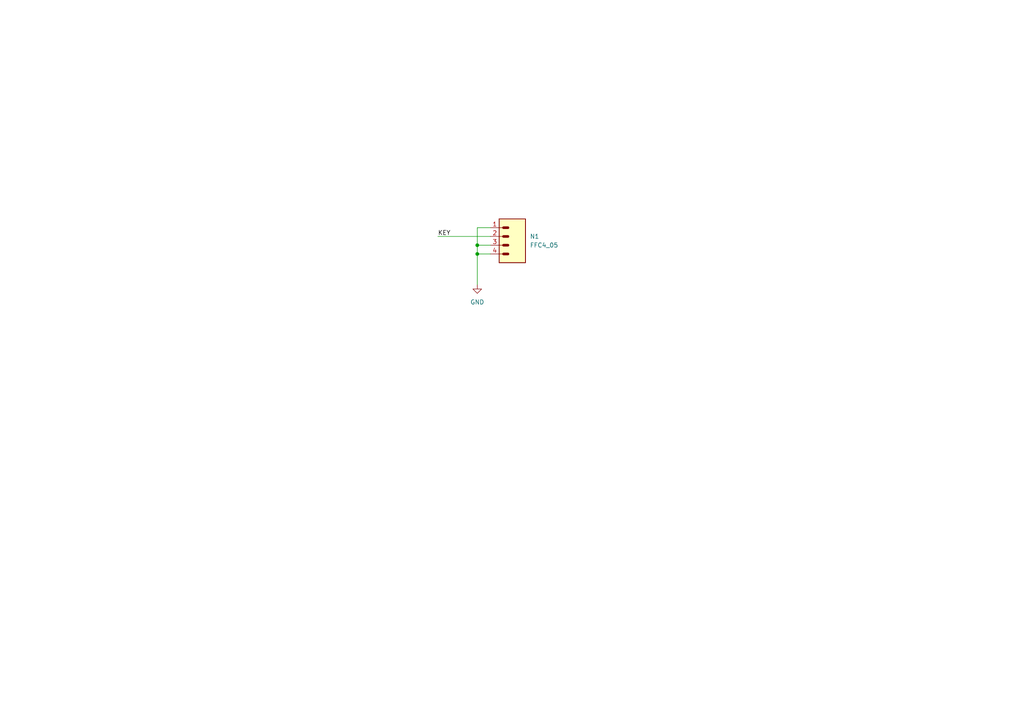
<source format=kicad_sch>
(kicad_sch (version 20250114) (generator "eeschema") (generator_version "9.0")
  (paper "A4")
  (title_block (title "Puzzlebox-Key") (date "2025-12-28") (rev "v1.0") (company "TL Embedded Ltd"))
  (lib_symbols
    (symbol "N_NonPart:FFC4_05" (pin_names (hide yes)) (in_bom no)
      (property "Reference" "N" (at -2.286 13.97 0))
      (property "Value" "FFC4_05" (at 0 -1.27 0))
      (symbol "FFC4_05_0_1"
        (rectangle (start -3.81 12.7) (end 3.81 0) (stroke (width 0.254)) (fill (type background)))
        (polyline (pts (xy -3.81 10.16) (xy -2.54 10.16)))
        (polyline (pts (xy -3.81 7.62) (xy -2.54 7.62)))
        (polyline (pts (xy -3.81 5.08) (xy -2.54 5.08)))
        (polyline (pts (xy -3.81 2.54) (xy -2.54 2.54)))
      )
      (symbol "FFC4_05_1_1"
        (polyline (pts (xy -2.54 10.16) (xy -1.27 10.16)) (stroke (width 0.768)))
        (polyline (pts (xy -2.54 7.62) (xy -1.27 7.62)) (stroke (width 0.768)))
        (polyline (pts (xy -2.54 5.08) (xy -1.27 5.08)) (stroke (width 0.768)))
        (polyline (pts (xy -2.54 2.54) (xy -1.27 2.54)) (stroke (width 0.768)))
        (pin passive line (at -6.35 10.16 0) (length 2.54) (name "1") (number "1"))
        (pin passive line (at -6.35 7.62 0) (length 2.54) (name "2") (number "2"))
        (pin passive line (at -6.35 5.08 0) (length 2.54) (name "3") (number "3"))
        (pin passive line (at -6.35 2.54 0) (length 2.54) (name "4") (number "4"))
      )
    )
    (symbol "power:GND" (power) (pin_numbers (hide yes)) (pin_names (offset 0) (hide yes))
      (property "Value" "GND" (at 0 -3.81 0))
      (symbol "GND_0_1"
        (polyline (pts (xy 0 0) (xy 0 -1.27) (xy 1.27 -1.27) (xy 0 -2.54) (xy -1.27 -1.27) (xy 0 -1.27)))
      )
      (symbol "GND_1_1"
        (pin power_in line (at 0 0 270) (length 0) (name "~") (number "1"))
      )
    )
  )
  (junction (at 138.43 73.66))
  (junction (at 138.43 71.12))
  (wire (pts (xy 138.43 71.12) (xy 142.24 71.12)))
  (wire (pts (xy 138.43 73.66) (xy 142.24 73.66)))
  (wire (pts (xy 138.43 73.66) (xy 138.43 82.55)))
  (wire (pts (xy 138.43 66.04) (xy 138.43 71.12)))
  (wire (pts (xy 127 68.58) (xy 142.24 68.58)))
  (wire (pts (xy 142.24 66.04) (xy 138.43 66.04)))
  (wire (pts (xy 138.43 71.12) (xy 138.43 73.66)))
  (label "KEY" (at 127 68.58 0))
  (symbol (lib_id "power:GND") (at 138.43 82.55 0) (unit 1)
    (property "Reference" "#PWR01" (effects (hide yes)))
    (property "Value" "GND" (at 138.43 87.63 0))
    (property "Description" "Power symbol creates a global label with name \"GND\" , ground" (effects (hide yes)))
  )
  (symbol (lib_id "N_NonPart:FFC4_05") (at 148.59 76.2 0) (unit 1) (in_bom no)
    (property "Reference" "N1" (at 153.67 68.5799 0) (effects (justify left)))
    (property "Value" "FFC4_05" (at 153.67 71.1199 0) (effects (justify left)))
    (property "Footprint" "N_NonPart:FFC4_05" (effects (hide yes)))
    (property "Description" "FFC 4 POS 0.5MM" (effects (hide yes)))
  )
)
</source>
